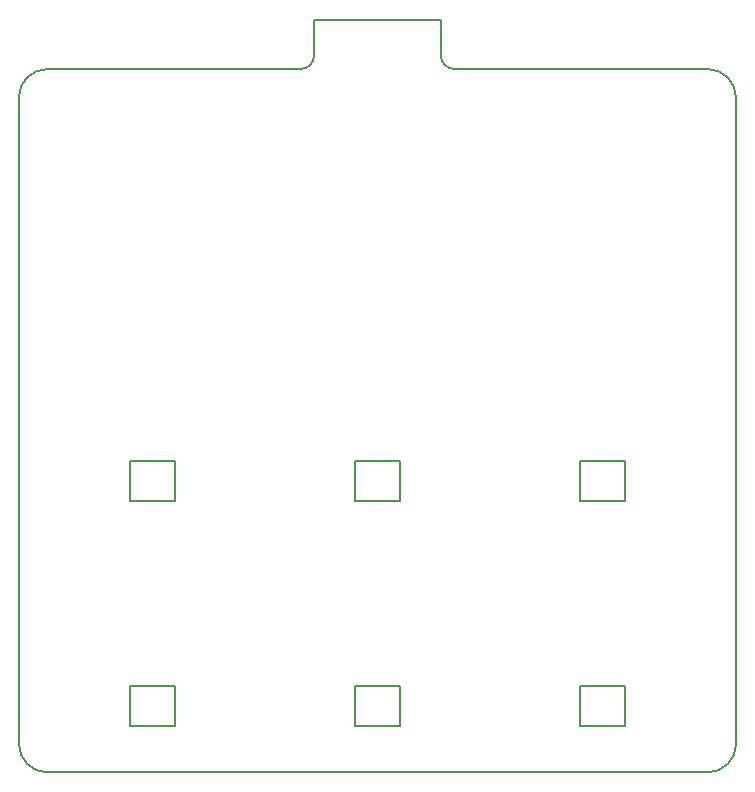
<source format=gbr>
G04 #@! TF.GenerationSoftware,KiCad,Pcbnew,(5.1.10)-1*
G04 #@! TF.CreationDate,2022-02-10T23:06:31+07:00*
G04 #@! TF.ProjectId,Satxri6key,53617478-7269-4366-9b65-792e6b696361,rev?*
G04 #@! TF.SameCoordinates,Original*
G04 #@! TF.FileFunction,Profile,NP*
%FSLAX45Y45*%
G04 Gerber Fmt 4.5, Leading zero omitted, Abs format (unit mm)*
G04 Created by KiCad (PCBNEW (5.1.10)-1) date 2022-02-10 23:06:31*
%MOMM*%
%LPD*%
G01*
G04 APERTURE LIST*
G04 #@! TA.AperFunction,Profile*
%ADD10C,0.150000*%
G04 #@! TD*
G04 APERTURE END LIST*
D10*
X27324958Y-8453508D02*
X29467994Y-8453445D01*
X26134328Y-8334410D02*
G75*
G02*
X26015265Y-8453473I-119063J0D01*
G01*
X27324958Y-8453508D02*
G75*
G02*
X27205895Y-8334445I0J119063D01*
G01*
X27205895Y-8036752D02*
X27205895Y-8334445D01*
X26134328Y-8036752D02*
X27205895Y-8036752D01*
X26134328Y-8334410D02*
X26134328Y-8036752D01*
X23872051Y-8453473D02*
X26015265Y-8453473D01*
X23872051Y-14406575D02*
G75*
G02*
X23633926Y-14168450I0J238125D01*
G01*
X29706118Y-14168450D02*
G75*
G02*
X29467993Y-14406575I-238125J0D01*
G01*
X29467994Y-8453445D02*
G75*
G02*
X29706119Y-8691570I0J-238125D01*
G01*
X23633926Y-8691598D02*
G75*
G02*
X23872051Y-8453473I238125J0D01*
G01*
X23633926Y-14168450D02*
X23633926Y-8691598D01*
X29467993Y-14406575D02*
X23872051Y-14406575D01*
X29706119Y-8691570D02*
X29706118Y-14168450D01*
X24955000Y-13673000D02*
X24955000Y-14013000D01*
X24575000Y-14013000D02*
X24955000Y-14013000D01*
X24575000Y-13673000D02*
X24575000Y-14013000D01*
X24575000Y-13673000D02*
X24955000Y-13673000D01*
X26860000Y-13673000D02*
X26860000Y-14013000D01*
X26480000Y-14013000D02*
X26860000Y-14013000D01*
X26480000Y-13673000D02*
X26480000Y-14013000D01*
X26480000Y-13673000D02*
X26860000Y-13673000D01*
X28385000Y-13673000D02*
X28765000Y-13673000D01*
X28385000Y-13673000D02*
X28385000Y-14013000D01*
X28385000Y-14013000D02*
X28765000Y-14013000D01*
X28765000Y-13673000D02*
X28765000Y-14013000D01*
X28765000Y-11768000D02*
X28765000Y-12108000D01*
X28385000Y-12108000D02*
X28765000Y-12108000D01*
X28385000Y-11768000D02*
X28385000Y-12108000D01*
X28385000Y-11768000D02*
X28765000Y-11768000D01*
X26860000Y-11768000D02*
X26860000Y-12108000D01*
X26480000Y-12108000D02*
X26860000Y-12108000D01*
X26480000Y-11768000D02*
X26480000Y-12108000D01*
X26480000Y-11768000D02*
X26860000Y-11768000D01*
X24955000Y-11768000D02*
X24955000Y-12108000D01*
X24575000Y-12108000D02*
X24955000Y-12108000D01*
X24575000Y-11768000D02*
X24575000Y-12108000D01*
X24575000Y-11768000D02*
X24955000Y-11768000D01*
M02*

</source>
